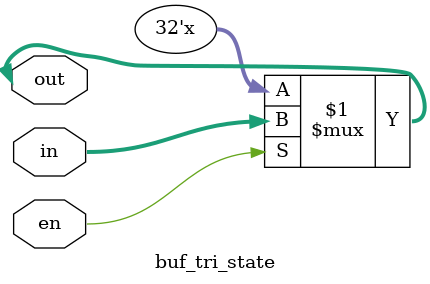
<source format=v>

`include "timescale.inc"
`include "define.vh"

module buf_tri_state(in, out, en);

// -----------------------------------------------------------------------------
// parameters
// -----------------------------------------------------------------------------

parameter   [31:0] WIDTH = 32'd32;
parameter   [31:0] DEL   = 32'd0;

// -----------------------------------------------------------------------------
// ports
// -----------------------------------------------------------------------------

input wire  [WIDTH-1:0]                 in;
inout wire  [WIDTH-1:0]                 out;
input wire                              en;

// -----------------------------------------------------------------------------
// assigns
// -----------------------------------------------------------------------------

`ifdef GATE
    assign  out = en ? in : {WIDTH{1'bz}};
`else
    generate
        if (DEL == 0) begin
            assign          out = en ? in : {WIDTH{1'bz}};
        end else begin
            assign  #DEL    out = en ? in : {WIDTH{1'bz}};
        end
    endgenerate
`endif

endmodule

</source>
